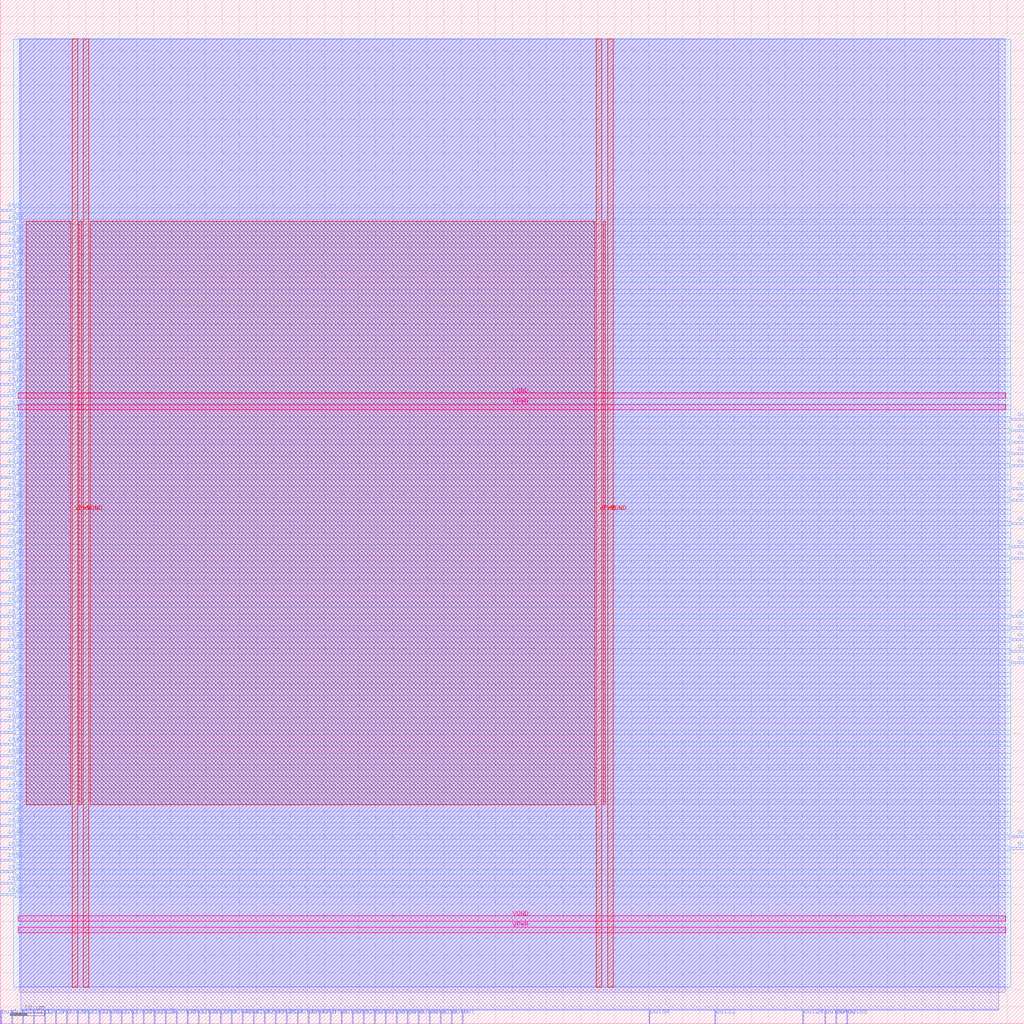
<source format=lef>
VERSION 5.7 ;
  NOWIREEXTENSIONATPIN ON ;
  DIVIDERCHAR "/" ;
  BUSBITCHARS "[]" ;
MACRO netlist_0
  CLASS BLOCK ;
  FOREIGN netlist_0 ;
  ORIGIN 0.000 0.000 ;
  SIZE 300.000 BY 300.000 ;
  PIN VGND
    DIRECTION INOUT ;
    USE GROUND ;
    PORT
      LAYER met4 ;
        RECT 24.340 10.640 25.940 288.560 ;
    END
    PORT
      LAYER met4 ;
        RECT 177.940 10.640 179.540 288.560 ;
    END
    PORT
      LAYER met5 ;
        RECT 5.280 30.030 294.640 31.630 ;
    END
    PORT
      LAYER met5 ;
        RECT 5.280 183.210 294.640 184.810 ;
    END
  END VGND
  PIN VPWR
    DIRECTION INOUT ;
    USE POWER ;
    PORT
      LAYER met4 ;
        RECT 21.040 10.640 22.640 288.560 ;
    END
    PORT
      LAYER met4 ;
        RECT 174.640 10.640 176.240 288.560 ;
    END
    PORT
      LAYER met5 ;
        RECT 5.280 26.730 294.640 28.330 ;
    END
    PORT
      LAYER met5 ;
        RECT 5.280 179.910 294.640 181.510 ;
    END
  END VPWR
  PIN clk
    DIRECTION INPUT ;
    USE SIGNAL ;
    ANTENNAGATEAREA 1.441500 ;
    ANTENNADIFFAREA 1.304100 ;
    PORT
      LAYER met2 ;
        RECT 48.390 0.000 48.670 4.000 ;
    END
  END clk
  PIN in0
    DIRECTION INPUT ;
    USE SIGNAL ;
    ANTENNAGATEAREA 0.196500 ;
    ANTENNADIFFAREA 0.434700 ;
    PORT
      LAYER met3 ;
        RECT 0.000 238.040 4.000 238.640 ;
    END
  END in0
  PIN in1
    DIRECTION INPUT ;
    USE SIGNAL ;
    ANTENNAGATEAREA 0.196500 ;
    ANTENNADIFFAREA 0.434700 ;
    PORT
      LAYER met3 ;
        RECT 0.000 207.440 4.000 208.040 ;
    END
  END in1
  PIN in10
    DIRECTION INPUT ;
    USE SIGNAL ;
    ANTENNAGATEAREA 0.196500 ;
    ANTENNADIFFAREA 0.434700 ;
    PORT
      LAYER met3 ;
        RECT 0.000 173.440 4.000 174.040 ;
    END
  END in10
  PIN in11
    DIRECTION INPUT ;
    USE SIGNAL ;
    ANTENNAGATEAREA 0.196500 ;
    ANTENNADIFFAREA 0.434700 ;
    PORT
      LAYER met3 ;
        RECT 0.000 163.240 4.000 163.840 ;
    END
  END in11
  PIN in12
    DIRECTION INPUT ;
    USE SIGNAL ;
    ANTENNAGATEAREA 0.196500 ;
    ANTENNADIFFAREA 0.434700 ;
    PORT
      LAYER met3 ;
        RECT 0.000 187.040 4.000 187.640 ;
    END
  END in12
  PIN in13
    DIRECTION INPUT ;
    USE SIGNAL ;
    ANTENNAGATEAREA 0.196500 ;
    ANTENNADIFFAREA 0.434700 ;
    PORT
      LAYER met3 ;
        RECT 0.000 210.840 4.000 211.440 ;
    END
  END in13
  PIN in14
    DIRECTION INPUT ;
    USE SIGNAL ;
    ANTENNAGATEAREA 0.196500 ;
    ANTENNADIFFAREA 0.434700 ;
    PORT
      LAYER met3 ;
        RECT 0.000 180.240 4.000 180.840 ;
    END
  END in14
  PIN in15
    DIRECTION INPUT ;
    USE SIGNAL ;
    ANTENNAGATEAREA 0.196500 ;
    ANTENNADIFFAREA 0.434700 ;
    PORT
      LAYER met3 ;
        RECT 0.000 204.040 4.000 204.640 ;
    END
  END in15
  PIN in16
    DIRECTION INPUT ;
    USE SIGNAL ;
    ANTENNAGATEAREA 0.196500 ;
    ANTENNADIFFAREA 0.434700 ;
    PORT
      LAYER met3 ;
        RECT 0.000 176.840 4.000 177.440 ;
    END
  END in16
  PIN in17
    DIRECTION INPUT ;
    USE SIGNAL ;
    ANTENNAGATEAREA 0.196500 ;
    ANTENNADIFFAREA 0.434700 ;
    PORT
      LAYER met3 ;
        RECT 0.000 214.240 4.000 214.840 ;
    END
  END in17
  PIN in18
    DIRECTION INPUT ;
    USE SIGNAL ;
    ANTENNAGATEAREA 0.196500 ;
    ANTENNADIFFAREA 0.434700 ;
    PORT
      LAYER met3 ;
        RECT 0.000 197.240 4.000 197.840 ;
    END
  END in18
  PIN in19
    DIRECTION INPUT ;
    USE SIGNAL ;
    ANTENNAGATEAREA 0.196500 ;
    ANTENNADIFFAREA 0.434700 ;
    PORT
      LAYER met3 ;
        RECT 0.000 190.440 4.000 191.040 ;
    END
  END in19
  PIN in2
    DIRECTION INPUT ;
    USE SIGNAL ;
    ANTENNAGATEAREA 0.196500 ;
    ANTENNADIFFAREA 0.434700 ;
    PORT
      LAYER met3 ;
        RECT 0.000 170.040 4.000 170.640 ;
    END
  END in2
  PIN in20
    DIRECTION INPUT ;
    USE SIGNAL ;
    ANTENNAGATEAREA 0.196500 ;
    ANTENNADIFFAREA 0.434700 ;
    PORT
      LAYER met3 ;
        RECT 0.000 221.040 4.000 221.640 ;
    END
  END in20
  PIN in21
    DIRECTION INPUT ;
    USE SIGNAL ;
    ANTENNAGATEAREA 0.196500 ;
    ANTENNADIFFAREA 0.434700 ;
    PORT
      LAYER met3 ;
        RECT 0.000 142.840 4.000 143.440 ;
    END
  END in21
  PIN in22
    DIRECTION INPUT ;
    USE SIGNAL ;
    ANTENNAGATEAREA 0.196500 ;
    ANTENNADIFFAREA 0.434700 ;
    PORT
      LAYER met3 ;
        RECT 0.000 37.440 4.000 38.040 ;
    END
  END in22
  PIN in23
    DIRECTION INPUT ;
    USE SIGNAL ;
    ANTENNAGATEAREA 0.196500 ;
    ANTENNADIFFAREA 0.434700 ;
    PORT
      LAYER met3 ;
        RECT 0.000 44.240 4.000 44.840 ;
    END
  END in23
  PIN in24
    DIRECTION INPUT ;
    USE SIGNAL ;
    ANTENNAGATEAREA 0.196500 ;
    ANTENNADIFFAREA 0.434700 ;
    PORT
      LAYER met2 ;
        RECT 83.810 0.000 84.090 4.000 ;
    END
  END in24
  PIN in25
    DIRECTION INPUT ;
    USE SIGNAL ;
    ANTENNAGATEAREA 0.196500 ;
    ANTENNADIFFAREA 0.434700 ;
    PORT
      LAYER met3 ;
        RECT 0.000 105.440 4.000 106.040 ;
    END
  END in25
  PIN in26
    DIRECTION INPUT ;
    USE SIGNAL ;
    ANTENNAGATEAREA 0.196500 ;
    ANTENNADIFFAREA 0.434700 ;
    PORT
      LAYER met3 ;
        RECT 0.000 132.640 4.000 133.240 ;
    END
  END in26
  PIN in27
    DIRECTION INPUT ;
    USE SIGNAL ;
    ANTENNAGATEAREA 0.196500 ;
    ANTENNADIFFAREA 0.434700 ;
    PORT
      LAYER met3 ;
        RECT 0.000 234.640 4.000 235.240 ;
    END
  END in27
  PIN in28
    DIRECTION INPUT ;
    USE SIGNAL ;
    ANTENNAGATEAREA 0.196500 ;
    ANTENNADIFFAREA 0.434700 ;
    PORT
      LAYER met3 ;
        RECT 0.000 139.440 4.000 140.040 ;
    END
  END in28
  PIN in29
    DIRECTION INPUT ;
    USE SIGNAL ;
    ANTENNAGATEAREA 0.196500 ;
    ANTENNADIFFAREA 0.434700 ;
    PORT
      LAYER met3 ;
        RECT 0.000 102.040 4.000 102.640 ;
    END
  END in29
  PIN in3
    DIRECTION INPUT ;
    USE SIGNAL ;
    ANTENNAGATEAREA 0.196500 ;
    ANTENNADIFFAREA 0.434700 ;
    PORT
      LAYER met3 ;
        RECT 0.000 159.840 4.000 160.440 ;
    END
  END in3
  PIN in30
    DIRECTION INPUT ;
    USE SIGNAL ;
    ANTENNAGATEAREA 0.196500 ;
    ANTENNADIFFAREA 0.434700 ;
    PORT
      LAYER met3 ;
        RECT 0.000 136.040 4.000 136.640 ;
    END
  END in30
  PIN in31
    DIRECTION INPUT ;
    USE SIGNAL ;
    ANTENNAGATEAREA 0.196500 ;
    ANTENNADIFFAREA 0.434700 ;
    PORT
      LAYER met3 ;
        RECT 0.000 122.440 4.000 123.040 ;
    END
  END in31
  PIN in32
    DIRECTION INPUT ;
    USE SIGNAL ;
    ANTENNAGATEAREA 0.196500 ;
    ANTENNADIFFAREA 0.434700 ;
    PORT
      LAYER met3 ;
        RECT 0.000 98.640 4.000 99.240 ;
    END
  END in32
  PIN in33
    DIRECTION INPUT ;
    USE SIGNAL ;
    ANTENNAGATEAREA 0.196500 ;
    ANTENNADIFFAREA 0.434700 ;
    PORT
      LAYER met3 ;
        RECT 0.000 224.440 4.000 225.040 ;
    END
  END in33
  PIN in34
    DIRECTION INPUT ;
    USE SIGNAL ;
    ANTENNAGATEAREA 0.196500 ;
    ANTENNADIFFAREA 0.434700 ;
    PORT
      LAYER met3 ;
        RECT 0.000 125.840 4.000 126.440 ;
    END
  END in34
  PIN in35
    DIRECTION INPUT ;
    USE SIGNAL ;
    ANTENNAGATEAREA 0.196500 ;
    ANTENNADIFFAREA 0.434700 ;
    PORT
      LAYER met3 ;
        RECT 0.000 149.640 4.000 150.240 ;
    END
  END in35
  PIN in36
    DIRECTION INPUT ;
    USE SIGNAL ;
    ANTENNAGATEAREA 0.196500 ;
    ANTENNADIFFAREA 0.434700 ;
    PORT
      LAYER met3 ;
        RECT 0.000 231.240 4.000 231.840 ;
    END
  END in36
  PIN in37
    DIRECTION INPUT ;
    USE SIGNAL ;
    ANTENNAGATEAREA 0.196500 ;
    ANTENNADIFFAREA 0.434700 ;
    PORT
      LAYER met3 ;
        RECT 0.000 146.240 4.000 146.840 ;
    END
  END in37
  PIN in38
    DIRECTION INPUT ;
    USE SIGNAL ;
    ANTENNAGATEAREA 0.196500 ;
    ANTENNADIFFAREA 0.434700 ;
    PORT
      LAYER met3 ;
        RECT 0.000 129.240 4.000 129.840 ;
    END
  END in38
  PIN in39
    DIRECTION INPUT ;
    USE SIGNAL ;
    ANTENNAGATEAREA 0.196500 ;
    ANTENNADIFFAREA 0.434700 ;
    PORT
      LAYER met3 ;
        RECT 0.000 227.840 4.000 228.440 ;
    END
  END in39
  PIN in4
    DIRECTION INPUT ;
    USE SIGNAL ;
    ANTENNAGATEAREA 0.196500 ;
    ANTENNADIFFAREA 0.434700 ;
    PORT
      LAYER met3 ;
        RECT 0.000 217.640 4.000 218.240 ;
    END
  END in4
  PIN in40
    DIRECTION INPUT ;
    USE SIGNAL ;
    ANTENNAGATEAREA 0.196500 ;
    ANTENNADIFFAREA 0.434700 ;
    PORT
      LAYER met3 ;
        RECT 0.000 153.040 4.000 153.640 ;
    END
  END in40
  PIN in41
    DIRECTION INPUT ;
    USE SIGNAL ;
    ANTENNAGATEAREA 0.196500 ;
    ANTENNADIFFAREA 0.434700 ;
    PORT
      LAYER met3 ;
        RECT 0.000 115.640 4.000 116.240 ;
    END
  END in41
  PIN in42
    DIRECTION INPUT ;
    USE SIGNAL ;
    ANTENNAGATEAREA 0.196500 ;
    ANTENNADIFFAREA 0.434700 ;
    PORT
      LAYER met3 ;
        RECT 0.000 156.440 4.000 157.040 ;
    END
  END in42
  PIN in43
    DIRECTION INPUT ;
    USE SIGNAL ;
    ANTENNAGATEAREA 0.196500 ;
    ANTENNADIFFAREA 0.434700 ;
    PORT
      LAYER met3 ;
        RECT 0.000 108.840 4.000 109.440 ;
    END
  END in43
  PIN in44
    DIRECTION INPUT ;
    USE SIGNAL ;
    ANTENNAGATEAREA 0.196500 ;
    ANTENNADIFFAREA 0.434700 ;
    PORT
      LAYER met3 ;
        RECT 0.000 112.240 4.000 112.840 ;
    END
  END in44
  PIN in45
    DIRECTION INPUT ;
    USE SIGNAL ;
    ANTENNAGATEAREA 0.196500 ;
    ANTENNADIFFAREA 0.434700 ;
    PORT
      LAYER met3 ;
        RECT 0.000 61.240 4.000 61.840 ;
    END
  END in45
  PIN in46
    DIRECTION INPUT ;
    USE SIGNAL ;
    ANTENNAGATEAREA 0.196500 ;
    ANTENNADIFFAREA 0.434700 ;
    PORT
      LAYER met3 ;
        RECT 0.000 54.440 4.000 55.040 ;
    END
  END in46
  PIN in47
    DIRECTION INPUT ;
    USE SIGNAL ;
    ANTENNAGATEAREA 0.196500 ;
    ANTENNADIFFAREA 0.434700 ;
    PORT
      LAYER met3 ;
        RECT 0.000 85.040 4.000 85.640 ;
    END
  END in47
  PIN in48
    DIRECTION INPUT ;
    USE SIGNAL ;
    ANTENNAGATEAREA 0.196500 ;
    ANTENNADIFFAREA 0.434700 ;
    PORT
      LAYER met3 ;
        RECT 0.000 57.840 4.000 58.440 ;
    END
  END in48
  PIN in49
    DIRECTION INPUT ;
    USE SIGNAL ;
    ANTENNAGATEAREA 0.196500 ;
    ANTENNADIFFAREA 0.434700 ;
    PORT
      LAYER met3 ;
        RECT 0.000 81.640 4.000 82.240 ;
    END
  END in49
  PIN in5
    DIRECTION INPUT ;
    USE SIGNAL ;
    ANTENNAGATEAREA 0.196500 ;
    ANTENNADIFFAREA 0.434700 ;
    PORT
      LAYER met3 ;
        RECT 0.000 193.840 4.000 194.440 ;
    END
  END in5
  PIN in50
    DIRECTION INPUT ;
    USE SIGNAL ;
    ANTENNAGATEAREA 0.196500 ;
    ANTENNADIFFAREA 0.434700 ;
    PORT
      LAYER met3 ;
        RECT 0.000 40.840 4.000 41.440 ;
    END
  END in50
  PIN in51
    DIRECTION INPUT ;
    USE SIGNAL ;
    ANTENNAGATEAREA 0.196500 ;
    ANTENNADIFFAREA 0.434700 ;
    PORT
      LAYER met3 ;
        RECT 0.000 91.840 4.000 92.440 ;
    END
  END in51
  PIN in52
    DIRECTION INPUT ;
    USE SIGNAL ;
    ANTENNAGATEAREA 0.196500 ;
    ANTENNADIFFAREA 0.434700 ;
    PORT
      LAYER met3 ;
        RECT 0.000 51.040 4.000 51.640 ;
    END
  END in52
  PIN in53
    DIRECTION INPUT ;
    USE SIGNAL ;
    ANTENNAGATEAREA 0.196500 ;
    ANTENNADIFFAREA 0.434700 ;
    PORT
      LAYER met3 ;
        RECT 0.000 68.040 4.000 68.640 ;
    END
  END in53
  PIN in54
    DIRECTION INPUT ;
    USE SIGNAL ;
    ANTENNAGATEAREA 0.126000 ;
    ANTENNADIFFAREA 0.434700 ;
    PORT
      LAYER met3 ;
        RECT 0.000 78.240 4.000 78.840 ;
    END
  END in54
  PIN in55
    DIRECTION INPUT ;
    USE SIGNAL ;
    ANTENNAGATEAREA 0.196500 ;
    ANTENNADIFFAREA 0.434700 ;
    PORT
      LAYER met3 ;
        RECT 0.000 71.440 4.000 72.040 ;
    END
  END in55
  PIN in56
    DIRECTION INPUT ;
    USE SIGNAL ;
    ANTENNAGATEAREA 0.196500 ;
    ANTENNADIFFAREA 0.434700 ;
    PORT
      LAYER met2 ;
        RECT 96.690 0.000 96.970 4.000 ;
    END
  END in56
  PIN in57
    DIRECTION INPUT ;
    USE SIGNAL ;
    ANTENNAGATEAREA 0.196500 ;
    ANTENNADIFFAREA 0.434700 ;
    PORT
      LAYER met3 ;
        RECT 0.000 95.240 4.000 95.840 ;
    END
  END in57
  PIN in58
    DIRECTION INPUT ;
    USE SIGNAL ;
    ANTENNAGATEAREA 0.196500 ;
    ANTENNADIFFAREA 0.434700 ;
    PORT
      LAYER met3 ;
        RECT 0.000 47.640 4.000 48.240 ;
    END
  END in58
  PIN in59
    DIRECTION INPUT ;
    USE SIGNAL ;
    ANTENNAGATEAREA 0.196500 ;
    ANTENNADIFFAREA 0.434700 ;
    PORT
      LAYER met3 ;
        RECT 0.000 64.640 4.000 65.240 ;
    END
  END in59
  PIN in6
    DIRECTION INPUT ;
    USE SIGNAL ;
    ANTENNAGATEAREA 0.196500 ;
    ANTENNADIFFAREA 0.434700 ;
    PORT
      LAYER met3 ;
        RECT 0.000 200.640 4.000 201.240 ;
    END
  END in6
  PIN in60
    DIRECTION INPUT ;
    USE SIGNAL ;
    ANTENNAGATEAREA 0.196500 ;
    ANTENNADIFFAREA 0.434700 ;
    PORT
      LAYER met3 ;
        RECT 0.000 88.440 4.000 89.040 ;
    END
  END in60
  PIN in61
    DIRECTION INPUT ;
    USE SIGNAL ;
    ANTENNAGATEAREA 0.196500 ;
    ANTENNADIFFAREA 0.434700 ;
    PORT
      LAYER met3 ;
        RECT 0.000 74.840 4.000 75.440 ;
    END
  END in61
  PIN in7
    DIRECTION INPUT ;
    USE SIGNAL ;
    ANTENNAGATEAREA 0.196500 ;
    ANTENNADIFFAREA 0.434700 ;
    PORT
      LAYER met3 ;
        RECT 0.000 119.040 4.000 119.640 ;
    END
  END in7
  PIN in8
    DIRECTION INPUT ;
    USE SIGNAL ;
    ANTENNAGATEAREA 0.196500 ;
    ANTENNADIFFAREA 0.434700 ;
    PORT
      LAYER met3 ;
        RECT 0.000 166.640 4.000 167.240 ;
    END
  END in8
  PIN in9
    DIRECTION INPUT ;
    USE SIGNAL ;
    ANTENNAGATEAREA 0.196500 ;
    ANTENNADIFFAREA 0.434700 ;
    PORT
      LAYER met3 ;
        RECT 0.000 183.640 4.000 184.240 ;
    END
  END in9
  PIN out0
    DIRECTION OUTPUT ;
    USE SIGNAL ;
    ANTENNADIFFAREA 0.445500 ;
    PORT
      LAYER met3 ;
        RECT 296.000 170.040 300.000 170.640 ;
    END
  END out0
  PIN out1
    DIRECTION OUTPUT ;
    USE SIGNAL ;
    PORT
      LAYER met2 ;
        RECT 0.090 0.000 0.370 4.000 ;
    END
  END out1
  PIN out10
    DIRECTION OUTPUT ;
    USE SIGNAL ;
    ANTENNADIFFAREA 0.445500 ;
    PORT
      LAYER met3 ;
        RECT 296.000 156.440 300.000 157.040 ;
    END
  END out10
  PIN out11
    DIRECTION OUTPUT ;
    USE SIGNAL ;
    PORT
      LAYER met2 ;
        RECT 3.310 0.000 3.590 4.000 ;
    END
  END out11
  PIN out12
    DIRECTION OUTPUT ;
    USE SIGNAL ;
    PORT
      LAYER met2 ;
        RECT 6.530 0.000 6.810 4.000 ;
    END
  END out12
  PIN out13
    DIRECTION OUTPUT ;
    USE SIGNAL ;
    PORT
      LAYER met2 ;
        RECT 9.750 0.000 10.030 4.000 ;
    END
  END out13
  PIN out14
    DIRECTION OUTPUT ;
    USE SIGNAL ;
    ANTENNADIFFAREA 0.445500 ;
    PORT
      LAYER met3 ;
        RECT 296.000 153.040 300.000 153.640 ;
    END
  END out14
  PIN out15
    DIRECTION OUTPUT ;
    USE SIGNAL ;
    ANTENNADIFFAREA 0.445500 ;
    PORT
      LAYER met3 ;
        RECT 296.000 136.040 300.000 136.640 ;
    END
  END out15
  PIN out16
    DIRECTION OUTPUT ;
    USE SIGNAL ;
    ANTENNADIFFAREA 0.445500 ;
    PORT
      LAYER met3 ;
        RECT 296.000 176.840 300.000 177.440 ;
    END
  END out16
  PIN out17
    DIRECTION OUTPUT ;
    USE SIGNAL ;
    ANTENNADIFFAREA 0.445500 ;
    PORT
      LAYER met3 ;
        RECT 296.000 173.440 300.000 174.040 ;
    END
  END out17
  PIN out18
    DIRECTION OUTPUT ;
    USE SIGNAL ;
    ANTENNADIFFAREA 0.445500 ;
    PORT
      LAYER met3 ;
        RECT 296.000 163.240 300.000 163.840 ;
    END
  END out18
  PIN out19
    DIRECTION OUTPUT ;
    USE SIGNAL ;
    PORT
      LAYER met2 ;
        RECT 12.970 0.000 13.250 4.000 ;
    END
  END out19
  PIN out2
    DIRECTION OUTPUT ;
    USE SIGNAL ;
    PORT
      LAYER met2 ;
        RECT 16.190 0.000 16.470 4.000 ;
    END
  END out2
  PIN out20
    DIRECTION OUTPUT ;
    USE SIGNAL ;
    PORT
      LAYER met2 ;
        RECT 19.410 0.000 19.690 4.000 ;
    END
  END out20
  PIN out21
    DIRECTION OUTPUT ;
    USE SIGNAL ;
    PORT
      LAYER met2 ;
        RECT 22.630 0.000 22.910 4.000 ;
    END
  END out21
  PIN out22
    DIRECTION OUTPUT ;
    USE SIGNAL ;
    PORT
      LAYER met2 ;
        RECT 25.850 0.000 26.130 4.000 ;
    END
  END out22
  PIN out23
    DIRECTION OUTPUT ;
    USE SIGNAL ;
    ANTENNADIFFAREA 0.445500 ;
    PORT
      LAYER met3 ;
        RECT 296.000 119.040 300.000 119.640 ;
    END
  END out23
  PIN out24
    DIRECTION OUTPUT ;
    USE SIGNAL ;
    ANTENNADIFFAREA 0.340600 ;
    PORT
      LAYER met2 ;
        RECT 235.150 0.000 235.430 4.000 ;
    END
  END out24
  PIN out25
    DIRECTION OUTPUT ;
    USE SIGNAL ;
    ANTENNADIFFAREA 0.445500 ;
    PORT
      LAYER met3 ;
        RECT 296.000 108.840 300.000 109.440 ;
    END
  END out25
  PIN out26
    DIRECTION OUTPUT ;
    USE SIGNAL ;
    PORT
      LAYER met2 ;
        RECT 29.070 0.000 29.350 4.000 ;
    END
  END out26
  PIN out27
    DIRECTION OUTPUT ;
    USE SIGNAL ;
    PORT
      LAYER met2 ;
        RECT 32.290 0.000 32.570 4.000 ;
    END
  END out27
  PIN out28
    DIRECTION OUTPUT ;
    USE SIGNAL ;
    ANTENNADIFFAREA 0.445500 ;
    PORT
      LAYER met3 ;
        RECT 296.000 112.240 300.000 112.840 ;
    END
  END out28
  PIN out29
    DIRECTION OUTPUT ;
    USE SIGNAL ;
    ANTENNADIFFAREA 0.445500 ;
    PORT
      LAYER met3 ;
        RECT 296.000 105.440 300.000 106.040 ;
    END
  END out29
  PIN out3
    DIRECTION OUTPUT ;
    USE SIGNAL ;
    PORT
      LAYER met2 ;
        RECT 35.510 0.000 35.790 4.000 ;
    END
  END out3
  PIN out30
    DIRECTION OUTPUT ;
    USE SIGNAL ;
    PORT
      LAYER met2 ;
        RECT 38.730 0.000 39.010 4.000 ;
    END
  END out30
  PIN out31
    DIRECTION OUTPUT ;
    USE SIGNAL ;
    ANTENNADIFFAREA 0.445500 ;
    PORT
      LAYER met3 ;
        RECT 296.000 146.240 300.000 146.840 ;
    END
  END out31
  PIN out32
    DIRECTION OUTPUT ;
    USE SIGNAL ;
    PORT
      LAYER met2 ;
        RECT 41.950 0.000 42.230 4.000 ;
    END
  END out32
  PIN out33
    DIRECTION OUTPUT ;
    USE SIGNAL ;
    ANTENNADIFFAREA 0.340600 ;
    PORT
      LAYER met2 ;
        RECT 209.390 0.000 209.670 4.000 ;
    END
  END out33
  PIN out34
    DIRECTION OUTPUT ;
    USE SIGNAL ;
    PORT
      LAYER met2 ;
        RECT 45.170 0.000 45.450 4.000 ;
    END
  END out34
  PIN out35
    DIRECTION OUTPUT ;
    USE SIGNAL ;
    ANTENNADIFFAREA 0.445500 ;
    PORT
      LAYER met3 ;
        RECT 296.000 115.640 300.000 116.240 ;
    END
  END out35
  PIN out36
    DIRECTION OUTPUT ;
    USE SIGNAL ;
    PORT
      LAYER met2 ;
        RECT 51.610 0.000 51.890 4.000 ;
    END
  END out36
  PIN out37
    DIRECTION OUTPUT ;
    USE SIGNAL ;
    PORT
      LAYER met2 ;
        RECT 54.830 0.000 55.110 4.000 ;
    END
  END out37
  PIN out38
    DIRECTION OUTPUT ;
    USE SIGNAL ;
    PORT
      LAYER met2 ;
        RECT 58.050 0.000 58.330 4.000 ;
    END
  END out38
  PIN out39
    DIRECTION OUTPUT ;
    USE SIGNAL ;
    PORT
      LAYER met2 ;
        RECT 61.270 0.000 61.550 4.000 ;
    END
  END out39
  PIN out4
    DIRECTION OUTPUT ;
    USE SIGNAL ;
    PORT
      LAYER met2 ;
        RECT 64.490 0.000 64.770 4.000 ;
    END
  END out4
  PIN out40
    DIRECTION OUTPUT ;
    USE SIGNAL ;
    PORT
      LAYER met2 ;
        RECT 67.710 0.000 67.990 4.000 ;
    END
  END out40
  PIN out41
    DIRECTION OUTPUT ;
    USE SIGNAL ;
    PORT
      LAYER met2 ;
        RECT 70.930 0.000 71.210 4.000 ;
    END
  END out41
  PIN out42
    DIRECTION OUTPUT ;
    USE SIGNAL ;
    PORT
      LAYER met2 ;
        RECT 74.150 0.000 74.430 4.000 ;
    END
  END out42
  PIN out43
    DIRECTION OUTPUT ;
    USE SIGNAL ;
    ANTENNADIFFAREA 0.445500 ;
    PORT
      LAYER met3 ;
        RECT 296.000 139.440 300.000 140.040 ;
    END
  END out43
  PIN out44
    DIRECTION OUTPUT ;
    USE SIGNAL ;
    ANTENNADIFFAREA 0.445500 ;
    PORT
      LAYER met3 ;
        RECT 296.000 54.440 300.000 55.040 ;
    END
  END out44
  PIN out45
    DIRECTION OUTPUT ;
    USE SIGNAL ;
    PORT
      LAYER met2 ;
        RECT 77.370 0.000 77.650 4.000 ;
    END
  END out45
  PIN out46
    DIRECTION OUTPUT ;
    USE SIGNAL ;
    PORT
      LAYER met2 ;
        RECT 80.590 0.000 80.870 4.000 ;
    END
  END out46
  PIN out47
    DIRECTION OUTPUT ;
    USE SIGNAL ;
    ANTENNADIFFAREA 0.445500 ;
    PORT
      LAYER met3 ;
        RECT 296.000 51.040 300.000 51.640 ;
    END
  END out47
  PIN out48
    DIRECTION OUTPUT ;
    USE SIGNAL ;
    PORT
      LAYER met2 ;
        RECT 87.030 0.000 87.310 4.000 ;
    END
  END out48
  PIN out49
    DIRECTION OUTPUT ;
    USE SIGNAL ;
    PORT
      LAYER met2 ;
        RECT 90.250 0.000 90.530 4.000 ;
    END
  END out49
  PIN out5
    DIRECTION OUTPUT ;
    USE SIGNAL ;
    PORT
      LAYER met2 ;
        RECT 93.470 0.000 93.750 4.000 ;
    END
  END out5
  PIN out50
    DIRECTION OUTPUT ;
    USE SIGNAL ;
    PORT
      LAYER met2 ;
        RECT 99.910 0.000 100.190 4.000 ;
    END
  END out50
  PIN out51
    DIRECTION OUTPUT ;
    USE SIGNAL ;
    PORT
      LAYER met2 ;
        RECT 103.130 0.000 103.410 4.000 ;
    END
  END out51
  PIN out52
    DIRECTION OUTPUT ;
    USE SIGNAL ;
    PORT
      LAYER met2 ;
        RECT 106.350 0.000 106.630 4.000 ;
    END
  END out52
  PIN out53
    DIRECTION OUTPUT ;
    USE SIGNAL ;
    PORT
      LAYER met2 ;
        RECT 109.570 0.000 109.850 4.000 ;
    END
  END out53
  PIN out54
    DIRECTION OUTPUT ;
    USE SIGNAL ;
    ANTENNADIFFAREA 0.445500 ;
    PORT
      LAYER met2 ;
        RECT 190.070 0.000 190.350 4.000 ;
    END
  END out54
  PIN out55
    DIRECTION OUTPUT ;
    USE SIGNAL ;
    ANTENNADIFFAREA 0.340600 ;
    PORT
      LAYER met2 ;
        RECT 248.030 0.000 248.310 4.000 ;
    END
  END out55
  PIN out56
    DIRECTION OUTPUT ;
    USE SIGNAL ;
    PORT
      LAYER met2 ;
        RECT 112.790 0.000 113.070 4.000 ;
    END
  END out56
  PIN out57
    DIRECTION OUTPUT ;
    USE SIGNAL ;
    ANTENNADIFFAREA 0.340600 ;
    PORT
      LAYER met2 ;
        RECT 244.810 0.000 245.090 4.000 ;
    END
  END out57
  PIN out58
    DIRECTION OUTPUT ;
    USE SIGNAL ;
    PORT
      LAYER met2 ;
        RECT 116.010 0.000 116.290 4.000 ;
    END
  END out58
  PIN out59
    DIRECTION OUTPUT ;
    USE SIGNAL ;
    ANTENNADIFFAREA 1.782000 ;
    PORT
      LAYER met2 ;
        RECT 241.590 0.000 241.870 4.000 ;
    END
  END out59
  PIN out6
    DIRECTION OUTPUT ;
    USE SIGNAL ;
    PORT
      LAYER met2 ;
        RECT 119.230 0.000 119.510 4.000 ;
    END
  END out6
  PIN out60
    DIRECTION OUTPUT ;
    USE SIGNAL ;
    PORT
      LAYER met2 ;
        RECT 122.450 0.000 122.730 4.000 ;
    END
  END out60
  PIN out61
    DIRECTION OUTPUT ;
    USE SIGNAL ;
    PORT
      LAYER met2 ;
        RECT 125.670 0.000 125.950 4.000 ;
    END
  END out61
  PIN out7
    DIRECTION OUTPUT ;
    USE SIGNAL ;
    ANTENNADIFFAREA 0.445500 ;
    PORT
      LAYER met3 ;
        RECT 296.000 166.640 300.000 167.240 ;
    END
  END out7
  PIN out8
    DIRECTION OUTPUT ;
    USE SIGNAL ;
    PORT
      LAYER met2 ;
        RECT 128.890 0.000 129.170 4.000 ;
    END
  END out8
  PIN out9
    DIRECTION OUTPUT ;
    USE SIGNAL ;
    PORT
      LAYER met2 ;
        RECT 132.110 0.000 132.390 4.000 ;
    END
  END out9
  PIN rst
    DIRECTION INPUT ;
    USE SIGNAL ;
    PORT
      LAYER met2 ;
        RECT 135.330 0.000 135.610 4.000 ;
    END
  END rst
  OBS
      LAYER li1 ;
        RECT 5.520 10.795 294.400 288.405 ;
      LAYER met1 ;
        RECT 5.520 9.220 294.400 288.560 ;
      LAYER met2 ;
        RECT 6.070 4.280 292.470 288.505 ;
        RECT 6.070 4.000 6.250 4.280 ;
        RECT 7.090 4.000 9.470 4.280 ;
        RECT 10.310 4.000 12.690 4.280 ;
        RECT 13.530 4.000 15.910 4.280 ;
        RECT 16.750 4.000 19.130 4.280 ;
        RECT 19.970 4.000 22.350 4.280 ;
        RECT 23.190 4.000 25.570 4.280 ;
        RECT 26.410 4.000 28.790 4.280 ;
        RECT 29.630 4.000 32.010 4.280 ;
        RECT 32.850 4.000 35.230 4.280 ;
        RECT 36.070 4.000 38.450 4.280 ;
        RECT 39.290 4.000 41.670 4.280 ;
        RECT 42.510 4.000 44.890 4.280 ;
        RECT 45.730 4.000 48.110 4.280 ;
        RECT 48.950 4.000 51.330 4.280 ;
        RECT 52.170 4.000 54.550 4.280 ;
        RECT 55.390 4.000 57.770 4.280 ;
        RECT 58.610 4.000 60.990 4.280 ;
        RECT 61.830 4.000 64.210 4.280 ;
        RECT 65.050 4.000 67.430 4.280 ;
        RECT 68.270 4.000 70.650 4.280 ;
        RECT 71.490 4.000 73.870 4.280 ;
        RECT 74.710 4.000 77.090 4.280 ;
        RECT 77.930 4.000 80.310 4.280 ;
        RECT 81.150 4.000 83.530 4.280 ;
        RECT 84.370 4.000 86.750 4.280 ;
        RECT 87.590 4.000 89.970 4.280 ;
        RECT 90.810 4.000 93.190 4.280 ;
        RECT 94.030 4.000 96.410 4.280 ;
        RECT 97.250 4.000 99.630 4.280 ;
        RECT 100.470 4.000 102.850 4.280 ;
        RECT 103.690 4.000 106.070 4.280 ;
        RECT 106.910 4.000 109.290 4.280 ;
        RECT 110.130 4.000 112.510 4.280 ;
        RECT 113.350 4.000 115.730 4.280 ;
        RECT 116.570 4.000 118.950 4.280 ;
        RECT 119.790 4.000 122.170 4.280 ;
        RECT 123.010 4.000 125.390 4.280 ;
        RECT 126.230 4.000 128.610 4.280 ;
        RECT 129.450 4.000 131.830 4.280 ;
        RECT 132.670 4.000 135.050 4.280 ;
        RECT 135.890 4.000 189.790 4.280 ;
        RECT 190.630 4.000 209.110 4.280 ;
        RECT 209.950 4.000 234.870 4.280 ;
        RECT 235.710 4.000 241.310 4.280 ;
        RECT 242.150 4.000 244.530 4.280 ;
        RECT 245.370 4.000 247.750 4.280 ;
        RECT 248.590 4.000 292.470 4.280 ;
      LAYER met3 ;
        RECT 4.000 239.040 296.000 288.485 ;
        RECT 4.400 237.640 296.000 239.040 ;
        RECT 4.000 235.640 296.000 237.640 ;
        RECT 4.400 234.240 296.000 235.640 ;
        RECT 4.000 232.240 296.000 234.240 ;
        RECT 4.400 230.840 296.000 232.240 ;
        RECT 4.000 228.840 296.000 230.840 ;
        RECT 4.400 227.440 296.000 228.840 ;
        RECT 4.000 225.440 296.000 227.440 ;
        RECT 4.400 224.040 296.000 225.440 ;
        RECT 4.000 222.040 296.000 224.040 ;
        RECT 4.400 220.640 296.000 222.040 ;
        RECT 4.000 218.640 296.000 220.640 ;
        RECT 4.400 217.240 296.000 218.640 ;
        RECT 4.000 215.240 296.000 217.240 ;
        RECT 4.400 213.840 296.000 215.240 ;
        RECT 4.000 211.840 296.000 213.840 ;
        RECT 4.400 210.440 296.000 211.840 ;
        RECT 4.000 208.440 296.000 210.440 ;
        RECT 4.400 207.040 296.000 208.440 ;
        RECT 4.000 205.040 296.000 207.040 ;
        RECT 4.400 203.640 296.000 205.040 ;
        RECT 4.000 201.640 296.000 203.640 ;
        RECT 4.400 200.240 296.000 201.640 ;
        RECT 4.000 198.240 296.000 200.240 ;
        RECT 4.400 196.840 296.000 198.240 ;
        RECT 4.000 194.840 296.000 196.840 ;
        RECT 4.400 193.440 296.000 194.840 ;
        RECT 4.000 191.440 296.000 193.440 ;
        RECT 4.400 190.040 296.000 191.440 ;
        RECT 4.000 188.040 296.000 190.040 ;
        RECT 4.400 186.640 296.000 188.040 ;
        RECT 4.000 184.640 296.000 186.640 ;
        RECT 4.400 183.240 296.000 184.640 ;
        RECT 4.000 181.240 296.000 183.240 ;
        RECT 4.400 179.840 296.000 181.240 ;
        RECT 4.000 177.840 296.000 179.840 ;
        RECT 4.400 176.440 295.600 177.840 ;
        RECT 4.000 174.440 296.000 176.440 ;
        RECT 4.400 173.040 295.600 174.440 ;
        RECT 4.000 171.040 296.000 173.040 ;
        RECT 4.400 169.640 295.600 171.040 ;
        RECT 4.000 167.640 296.000 169.640 ;
        RECT 4.400 166.240 295.600 167.640 ;
        RECT 4.000 164.240 296.000 166.240 ;
        RECT 4.400 162.840 295.600 164.240 ;
        RECT 4.000 160.840 296.000 162.840 ;
        RECT 4.400 159.440 296.000 160.840 ;
        RECT 4.000 157.440 296.000 159.440 ;
        RECT 4.400 156.040 295.600 157.440 ;
        RECT 4.000 154.040 296.000 156.040 ;
        RECT 4.400 152.640 295.600 154.040 ;
        RECT 4.000 150.640 296.000 152.640 ;
        RECT 4.400 149.240 296.000 150.640 ;
        RECT 4.000 147.240 296.000 149.240 ;
        RECT 4.400 145.840 295.600 147.240 ;
        RECT 4.000 143.840 296.000 145.840 ;
        RECT 4.400 142.440 296.000 143.840 ;
        RECT 4.000 140.440 296.000 142.440 ;
        RECT 4.400 139.040 295.600 140.440 ;
        RECT 4.000 137.040 296.000 139.040 ;
        RECT 4.400 135.640 295.600 137.040 ;
        RECT 4.000 133.640 296.000 135.640 ;
        RECT 4.400 132.240 296.000 133.640 ;
        RECT 4.000 130.240 296.000 132.240 ;
        RECT 4.400 128.840 296.000 130.240 ;
        RECT 4.000 126.840 296.000 128.840 ;
        RECT 4.400 125.440 296.000 126.840 ;
        RECT 4.000 123.440 296.000 125.440 ;
        RECT 4.400 122.040 296.000 123.440 ;
        RECT 4.000 120.040 296.000 122.040 ;
        RECT 4.400 118.640 295.600 120.040 ;
        RECT 4.000 116.640 296.000 118.640 ;
        RECT 4.400 115.240 295.600 116.640 ;
        RECT 4.000 113.240 296.000 115.240 ;
        RECT 4.400 111.840 295.600 113.240 ;
        RECT 4.000 109.840 296.000 111.840 ;
        RECT 4.400 108.440 295.600 109.840 ;
        RECT 4.000 106.440 296.000 108.440 ;
        RECT 4.400 105.040 295.600 106.440 ;
        RECT 4.000 103.040 296.000 105.040 ;
        RECT 4.400 101.640 296.000 103.040 ;
        RECT 4.000 99.640 296.000 101.640 ;
        RECT 4.400 98.240 296.000 99.640 ;
        RECT 4.000 96.240 296.000 98.240 ;
        RECT 4.400 94.840 296.000 96.240 ;
        RECT 4.000 92.840 296.000 94.840 ;
        RECT 4.400 91.440 296.000 92.840 ;
        RECT 4.000 89.440 296.000 91.440 ;
        RECT 4.400 88.040 296.000 89.440 ;
        RECT 4.000 86.040 296.000 88.040 ;
        RECT 4.400 84.640 296.000 86.040 ;
        RECT 4.000 82.640 296.000 84.640 ;
        RECT 4.400 81.240 296.000 82.640 ;
        RECT 4.000 79.240 296.000 81.240 ;
        RECT 4.400 77.840 296.000 79.240 ;
        RECT 4.000 75.840 296.000 77.840 ;
        RECT 4.400 74.440 296.000 75.840 ;
        RECT 4.000 72.440 296.000 74.440 ;
        RECT 4.400 71.040 296.000 72.440 ;
        RECT 4.000 69.040 296.000 71.040 ;
        RECT 4.400 67.640 296.000 69.040 ;
        RECT 4.000 65.640 296.000 67.640 ;
        RECT 4.400 64.240 296.000 65.640 ;
        RECT 4.000 62.240 296.000 64.240 ;
        RECT 4.400 60.840 296.000 62.240 ;
        RECT 4.000 58.840 296.000 60.840 ;
        RECT 4.400 57.440 296.000 58.840 ;
        RECT 4.000 55.440 296.000 57.440 ;
        RECT 4.400 54.040 295.600 55.440 ;
        RECT 4.000 52.040 296.000 54.040 ;
        RECT 4.400 50.640 295.600 52.040 ;
        RECT 4.000 48.640 296.000 50.640 ;
        RECT 4.400 47.240 296.000 48.640 ;
        RECT 4.000 45.240 296.000 47.240 ;
        RECT 4.400 43.840 296.000 45.240 ;
        RECT 4.000 41.840 296.000 43.840 ;
        RECT 4.400 40.440 296.000 41.840 ;
        RECT 4.000 38.440 296.000 40.440 ;
        RECT 4.400 37.040 296.000 38.440 ;
        RECT 4.000 10.715 296.000 37.040 ;
      LAYER met4 ;
        RECT 7.655 64.095 20.640 235.105 ;
        RECT 23.040 64.095 23.940 235.105 ;
        RECT 26.340 64.095 174.240 235.105 ;
        RECT 176.640 64.095 177.265 235.105 ;
  END
END netlist_0
END LIBRARY


</source>
